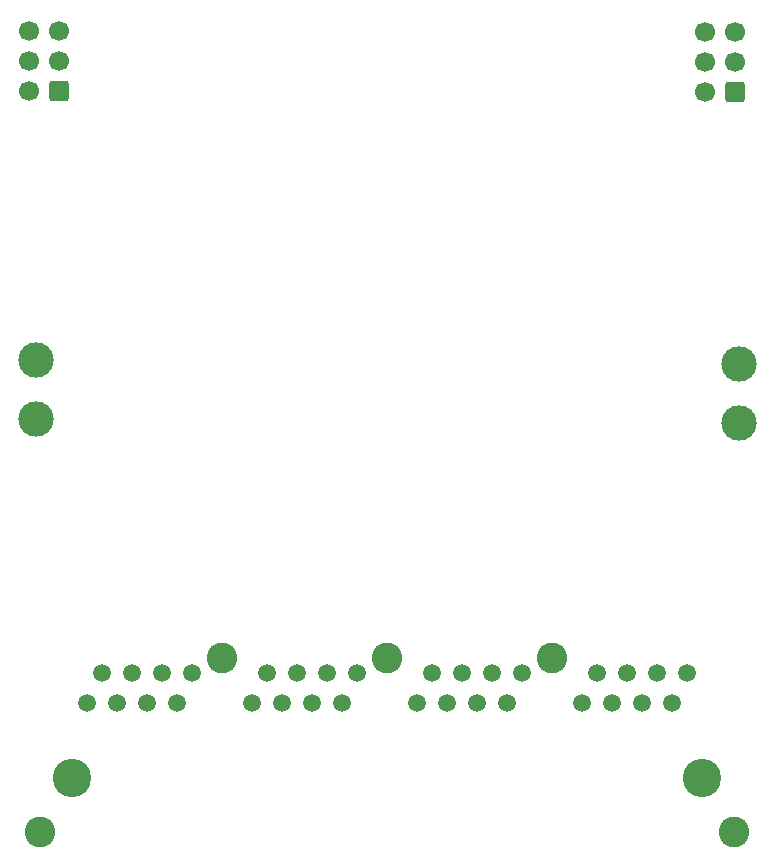
<source format=gbr>
%TF.GenerationSoftware,KiCad,Pcbnew,(6.0.9)*%
%TF.CreationDate,2023-11-05T17:37:45+05:30*%
%TF.ProjectId,Modular-I2C-4PxRJ45-Relay-Driver,4d6f6475-6c61-4722-9d49-32432d345078,2*%
%TF.SameCoordinates,Original*%
%TF.FileFunction,Soldermask,Bot*%
%TF.FilePolarity,Negative*%
%FSLAX46Y46*%
G04 Gerber Fmt 4.6, Leading zero omitted, Abs format (unit mm)*
G04 Created by KiCad (PCBNEW (6.0.9)) date 2023-11-05 17:37:45*
%MOMM*%
%LPD*%
G01*
G04 APERTURE LIST*
G04 Aperture macros list*
%AMRoundRect*
0 Rectangle with rounded corners*
0 $1 Rounding radius*
0 $2 $3 $4 $5 $6 $7 $8 $9 X,Y pos of 4 corners*
0 Add a 4 corners polygon primitive as box body*
4,1,4,$2,$3,$4,$5,$6,$7,$8,$9,$2,$3,0*
0 Add four circle primitives for the rounded corners*
1,1,$1+$1,$2,$3*
1,1,$1+$1,$4,$5*
1,1,$1+$1,$6,$7*
1,1,$1+$1,$8,$9*
0 Add four rect primitives between the rounded corners*
20,1,$1+$1,$2,$3,$4,$5,0*
20,1,$1+$1,$4,$5,$6,$7,0*
20,1,$1+$1,$6,$7,$8,$9,0*
20,1,$1+$1,$8,$9,$2,$3,0*%
G04 Aperture macros list end*
%ADD10RoundRect,0.250000X0.600000X0.600000X-0.600000X0.600000X-0.600000X-0.600000X0.600000X-0.600000X0*%
%ADD11C,1.700000*%
%ADD12C,3.000000*%
%ADD13C,3.250000*%
%ADD14C,1.500000*%
%ADD15C,2.600000*%
G04 APERTURE END LIST*
D10*
%TO.C,J1*%
X159070000Y-34991000D03*
D11*
X156530000Y-34991000D03*
X159070000Y-32451000D03*
X156530000Y-32451000D03*
X159070000Y-29911000D03*
X156530000Y-29911000D03*
%TD*%
D12*
%TO.C,J4*%
X159367900Y-62966200D03*
X159367900Y-57968200D03*
%TD*%
D10*
%TO.C,J2*%
X101793000Y-34864000D03*
D11*
X99253000Y-34864000D03*
X101793000Y-32324000D03*
X99253000Y-32324000D03*
X101793000Y-29784000D03*
X99253000Y-29784000D03*
%TD*%
D12*
%TO.C,J3*%
X99894900Y-57630400D03*
X99894900Y-62628400D03*
%TD*%
D13*
%TO.C,RJ45-1*%
X102936000Y-93042500D03*
X156276000Y-93042500D03*
D14*
X104206000Y-86692500D03*
X105476000Y-84152500D03*
X106746000Y-86692500D03*
X108016000Y-84152500D03*
X109286000Y-86692500D03*
X110556000Y-84152500D03*
X111826000Y-86692500D03*
X113096000Y-84152500D03*
X118176000Y-86692500D03*
X119446000Y-84152500D03*
X120716000Y-86692500D03*
X121986000Y-84152500D03*
X123256000Y-86692500D03*
X124526000Y-84152500D03*
X125796000Y-86692500D03*
X127066000Y-84152500D03*
X132146000Y-86692500D03*
X133416000Y-84152500D03*
X134686000Y-86692500D03*
X135956000Y-84152500D03*
X137226000Y-86692500D03*
X138496000Y-84152500D03*
X139766000Y-86692500D03*
X141036000Y-84152500D03*
X146116000Y-86692500D03*
X147386000Y-84152500D03*
X148656000Y-86692500D03*
X149926000Y-84152500D03*
X151196000Y-86692500D03*
X152466000Y-84152500D03*
X153736000Y-86692500D03*
X155006000Y-84152500D03*
D15*
X143576000Y-82882500D03*
X159006000Y-97612500D03*
X100206000Y-97612500D03*
X129606000Y-82882500D03*
X115636000Y-82882500D03*
%TD*%
M02*

</source>
